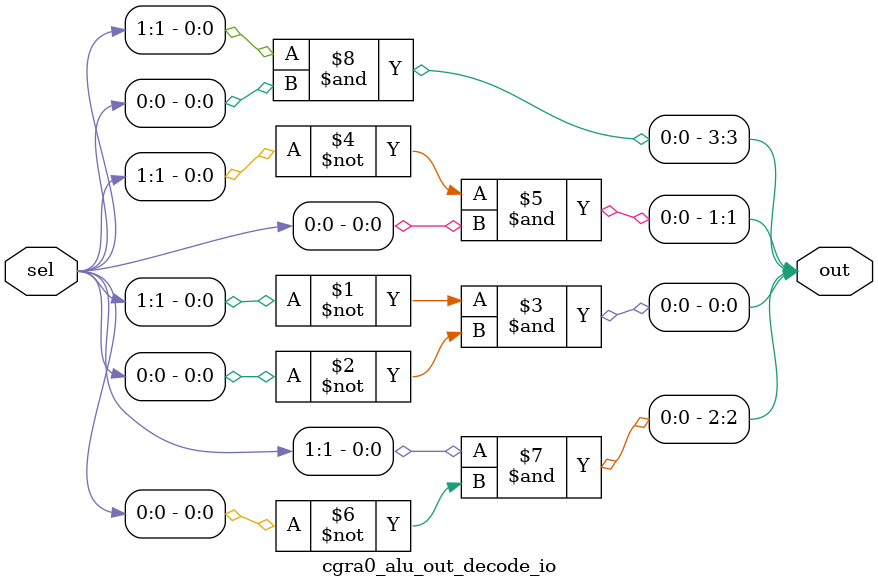
<source format=v>
module cgra0_alu_out_decode_io
(
  input [2-1:0] sel,
  output [4-1:0] out
);

  assign out[0] = ~sel[1] & ~sel[0];
  assign out[1] = ~sel[1] & sel[0];
  assign out[2] = sel[1] & ~sel[0];
  assign out[3] = sel[1] & sel[0];

endmodule
</source>
